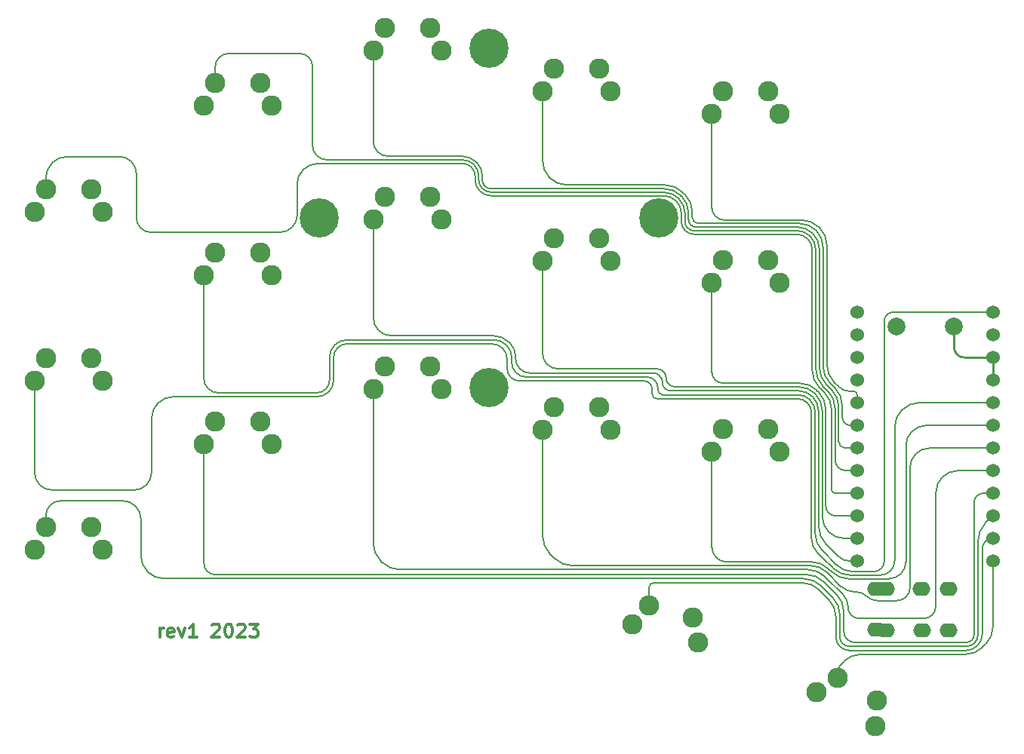
<source format=gtl>
G04 #@! TF.GenerationSoftware,KiCad,Pcbnew,7.0.5*
G04 #@! TF.CreationDate,2023-06-18T11:59:49+01:00*
G04 #@! TF.ProjectId,adam-m-rounded,6164616d-2d6d-42d7-926f-756e6465642e,rev?*
G04 #@! TF.SameCoordinates,Original*
G04 #@! TF.FileFunction,Copper,L1,Top*
G04 #@! TF.FilePolarity,Positive*
%FSLAX46Y46*%
G04 Gerber Fmt 4.6, Leading zero omitted, Abs format (unit mm)*
G04 Created by KiCad (PCBNEW 7.0.5) date 2023-06-18 11:59:49*
%MOMM*%
%LPD*%
G01*
G04 APERTURE LIST*
%ADD10C,0.300000*%
G04 #@! TA.AperFunction,NonConductor*
%ADD11C,0.300000*%
G04 #@! TD*
G04 #@! TA.AperFunction,ComponentPad*
%ADD12C,1.524000*%
G04 #@! TD*
G04 #@! TA.AperFunction,ComponentPad*
%ADD13C,2.286000*%
G04 #@! TD*
G04 #@! TA.AperFunction,ComponentPad*
%ADD14C,2.000000*%
G04 #@! TD*
G04 #@! TA.AperFunction,ComponentPad*
%ADD15C,4.400000*%
G04 #@! TD*
G04 #@! TA.AperFunction,ComponentPad*
%ADD16O,2.000000X1.600000*%
G04 #@! TD*
G04 #@! TA.AperFunction,Conductor*
%ADD17C,0.200000*%
G04 #@! TD*
G04 #@! TA.AperFunction,Conductor*
%ADD18C,0.250000*%
G04 #@! TD*
G04 APERTURE END LIST*
D10*
D11*
X107869510Y-130610828D02*
X107869510Y-129610828D01*
X107869510Y-129896542D02*
X107940939Y-129753685D01*
X107940939Y-129753685D02*
X108012368Y-129682257D01*
X108012368Y-129682257D02*
X108155225Y-129610828D01*
X108155225Y-129610828D02*
X108298082Y-129610828D01*
X109369510Y-130539400D02*
X109226653Y-130610828D01*
X109226653Y-130610828D02*
X108940939Y-130610828D01*
X108940939Y-130610828D02*
X108798081Y-130539400D01*
X108798081Y-130539400D02*
X108726653Y-130396542D01*
X108726653Y-130396542D02*
X108726653Y-129825114D01*
X108726653Y-129825114D02*
X108798081Y-129682257D01*
X108798081Y-129682257D02*
X108940939Y-129610828D01*
X108940939Y-129610828D02*
X109226653Y-129610828D01*
X109226653Y-129610828D02*
X109369510Y-129682257D01*
X109369510Y-129682257D02*
X109440939Y-129825114D01*
X109440939Y-129825114D02*
X109440939Y-129967971D01*
X109440939Y-129967971D02*
X108726653Y-130110828D01*
X109940938Y-129610828D02*
X110298081Y-130610828D01*
X110298081Y-130610828D02*
X110655224Y-129610828D01*
X112012367Y-130610828D02*
X111155224Y-130610828D01*
X111583795Y-130610828D02*
X111583795Y-129110828D01*
X111583795Y-129110828D02*
X111440938Y-129325114D01*
X111440938Y-129325114D02*
X111298081Y-129467971D01*
X111298081Y-129467971D02*
X111155224Y-129539400D01*
X113726652Y-129253685D02*
X113798080Y-129182257D01*
X113798080Y-129182257D02*
X113940938Y-129110828D01*
X113940938Y-129110828D02*
X114298080Y-129110828D01*
X114298080Y-129110828D02*
X114440938Y-129182257D01*
X114440938Y-129182257D02*
X114512366Y-129253685D01*
X114512366Y-129253685D02*
X114583795Y-129396542D01*
X114583795Y-129396542D02*
X114583795Y-129539400D01*
X114583795Y-129539400D02*
X114512366Y-129753685D01*
X114512366Y-129753685D02*
X113655223Y-130610828D01*
X113655223Y-130610828D02*
X114583795Y-130610828D01*
X115512366Y-129110828D02*
X115655223Y-129110828D01*
X115655223Y-129110828D02*
X115798080Y-129182257D01*
X115798080Y-129182257D02*
X115869509Y-129253685D01*
X115869509Y-129253685D02*
X115940937Y-129396542D01*
X115940937Y-129396542D02*
X116012366Y-129682257D01*
X116012366Y-129682257D02*
X116012366Y-130039400D01*
X116012366Y-130039400D02*
X115940937Y-130325114D01*
X115940937Y-130325114D02*
X115869509Y-130467971D01*
X115869509Y-130467971D02*
X115798080Y-130539400D01*
X115798080Y-130539400D02*
X115655223Y-130610828D01*
X115655223Y-130610828D02*
X115512366Y-130610828D01*
X115512366Y-130610828D02*
X115369509Y-130539400D01*
X115369509Y-130539400D02*
X115298080Y-130467971D01*
X115298080Y-130467971D02*
X115226651Y-130325114D01*
X115226651Y-130325114D02*
X115155223Y-130039400D01*
X115155223Y-130039400D02*
X115155223Y-129682257D01*
X115155223Y-129682257D02*
X115226651Y-129396542D01*
X115226651Y-129396542D02*
X115298080Y-129253685D01*
X115298080Y-129253685D02*
X115369509Y-129182257D01*
X115369509Y-129182257D02*
X115512366Y-129110828D01*
X116583794Y-129253685D02*
X116655222Y-129182257D01*
X116655222Y-129182257D02*
X116798080Y-129110828D01*
X116798080Y-129110828D02*
X117155222Y-129110828D01*
X117155222Y-129110828D02*
X117298080Y-129182257D01*
X117298080Y-129182257D02*
X117369508Y-129253685D01*
X117369508Y-129253685D02*
X117440937Y-129396542D01*
X117440937Y-129396542D02*
X117440937Y-129539400D01*
X117440937Y-129539400D02*
X117369508Y-129753685D01*
X117369508Y-129753685D02*
X116512365Y-130610828D01*
X116512365Y-130610828D02*
X117440937Y-130610828D01*
X117940936Y-129110828D02*
X118869508Y-129110828D01*
X118869508Y-129110828D02*
X118369508Y-129682257D01*
X118369508Y-129682257D02*
X118583793Y-129682257D01*
X118583793Y-129682257D02*
X118726651Y-129753685D01*
X118726651Y-129753685D02*
X118798079Y-129825114D01*
X118798079Y-129825114D02*
X118869508Y-129967971D01*
X118869508Y-129967971D02*
X118869508Y-130325114D01*
X118869508Y-130325114D02*
X118798079Y-130467971D01*
X118798079Y-130467971D02*
X118726651Y-130539400D01*
X118726651Y-130539400D02*
X118583793Y-130610828D01*
X118583793Y-130610828D02*
X118155222Y-130610828D01*
X118155222Y-130610828D02*
X118012365Y-130539400D01*
X118012365Y-130539400D02*
X117940936Y-130467971D01*
D12*
X201315400Y-94113000D03*
X201315400Y-96653000D03*
X201315400Y-99193000D03*
X201315400Y-101733000D03*
X201315400Y-104273000D03*
X201315400Y-106813000D03*
X201315400Y-109353000D03*
X201315400Y-111893000D03*
X201315400Y-114433000D03*
X201315400Y-116973000D03*
X201315400Y-119513000D03*
X201315400Y-122053000D03*
X186095400Y-122053000D03*
X186095400Y-119513000D03*
X186095400Y-116973000D03*
X186095400Y-114433000D03*
X186095400Y-111893000D03*
X186095400Y-109353000D03*
X186095400Y-106813000D03*
X186095400Y-104273000D03*
X186095400Y-101733000D03*
X186095400Y-99193000D03*
X186095400Y-96653000D03*
X186095400Y-94113000D03*
D13*
X112800000Y-70930000D03*
X114070000Y-68390000D03*
X119150000Y-68390000D03*
X120420000Y-70930000D03*
X131800000Y-102705000D03*
X133070000Y-100165000D03*
X138150000Y-100165000D03*
X139420000Y-102705000D03*
X112800000Y-108930000D03*
X114070000Y-106390000D03*
X119150000Y-106390000D03*
X120420000Y-108930000D03*
X150800000Y-107305000D03*
X152070000Y-104765000D03*
X157150000Y-104765000D03*
X158420000Y-107305000D03*
X93800000Y-82805000D03*
X95070000Y-80265000D03*
X100150000Y-80265000D03*
X101420000Y-82805000D03*
X93800000Y-101805000D03*
X95070000Y-99265000D03*
X100150000Y-99265000D03*
X101420000Y-101805000D03*
D14*
X196975000Y-95700000D03*
X190475000Y-95700000D03*
D15*
X125762000Y-83529000D03*
X144812000Y-64479000D03*
X144812000Y-102579000D03*
X163862000Y-83529000D03*
D13*
X150800000Y-88305000D03*
X152070000Y-85765000D03*
X157150000Y-85765000D03*
X158420000Y-88305000D03*
X93800000Y-120805000D03*
X95070000Y-118265000D03*
X100150000Y-118265000D03*
X101420000Y-120805000D03*
X131800000Y-83705000D03*
X133070000Y-81165000D03*
X138150000Y-81165000D03*
X139420000Y-83705000D03*
X181530443Y-136744295D03*
X183900295Y-135179591D03*
X188299705Y-137719591D03*
X188129557Y-140554295D03*
X112800000Y-89930000D03*
X114070000Y-87390000D03*
X119150000Y-87390000D03*
X120420000Y-89930000D03*
X169800000Y-90805000D03*
X171070000Y-88265000D03*
X176150000Y-88265000D03*
X177420000Y-90805000D03*
X150800000Y-69305000D03*
X152070000Y-66765000D03*
X157150000Y-66765000D03*
X158420000Y-69305000D03*
D16*
X193340000Y-125165000D03*
X193360000Y-129795000D03*
X189340000Y-125165000D03*
X188260000Y-125195000D03*
X188240000Y-129765000D03*
X189360000Y-129795000D03*
X196340000Y-125165000D03*
X196360000Y-129795000D03*
D13*
X169800000Y-71805000D03*
X171070000Y-69265000D03*
X176150000Y-69265000D03*
X177420000Y-71805000D03*
X160859223Y-129193448D03*
X162743349Y-127068696D03*
X167650252Y-128383497D03*
X168219578Y-131165649D03*
X131800000Y-64705000D03*
X133070000Y-62165000D03*
X138150000Y-62165000D03*
X139420000Y-64705000D03*
X169800000Y-109805000D03*
X171070000Y-107265000D03*
X176150000Y-107265000D03*
X177420000Y-109805000D03*
D17*
X200518500Y-131381493D02*
G75*
G03*
X201315400Y-129457618I-1923900J1923893D01*
G01*
X186460451Y-132525049D02*
G75*
G03*
X184650147Y-133274852I-51J-2560151D01*
G01*
X184308577Y-133616360D02*
G75*
G03*
X183900295Y-134602148I985823J-985740D01*
G01*
X198248018Y-132525004D02*
G75*
G03*
X200171895Y-131728102I-18J2720804D01*
G01*
X162896689Y-124628340D02*
G75*
G03*
X162743349Y-124998486I370111J-370160D01*
G01*
X181821892Y-125271900D02*
G75*
G03*
X179898018Y-124475000I-1923892J-1923900D01*
G01*
X198332537Y-132075015D02*
G75*
G03*
X199600000Y-131550000I-37J1792515D01*
G01*
X183700005Y-128276981D02*
G75*
G03*
X182903103Y-126353103I-2720805J-19D01*
G01*
X199599989Y-131549989D02*
G75*
G03*
X200125000Y-130282537I-1267489J1267489D01*
G01*
X184137495Y-131637505D02*
G75*
G03*
X185193718Y-132075000I1056205J1056205D01*
G01*
X200468505Y-119856505D02*
G75*
G03*
X200125000Y-120685782I829295J-829295D01*
G01*
X163266835Y-124475029D02*
G75*
G03*
X162896675Y-124628326I-35J-523471D01*
G01*
X183700008Y-130581281D02*
G75*
G03*
X184137500Y-131637500I1493692J-19D01*
G01*
X183218107Y-123243099D02*
G75*
G03*
X185141981Y-124040000I1923893J1923899D01*
G01*
X182921892Y-122946900D02*
G75*
G03*
X180998018Y-122150000I-1923892J-1923900D01*
G01*
X191000009Y-123475009D02*
G75*
G03*
X191565000Y-122110969I-1364009J1364009D01*
G01*
X193855937Y-106813016D02*
G75*
G03*
X192236000Y-107484000I-37J-2290884D01*
G01*
X169800013Y-120485570D02*
G75*
G03*
X170287501Y-121662499I1664387J-30D01*
G01*
X192235989Y-107483989D02*
G75*
G03*
X191565000Y-109103937I1619911J-1619911D01*
G01*
X170287491Y-121662509D02*
G75*
G03*
X171464429Y-122150000I1176909J1176909D01*
G01*
X189635969Y-124039987D02*
G75*
G03*
X191000000Y-123475000I31J1928987D01*
G01*
X185050013Y-127219669D02*
G75*
G03*
X185425000Y-128125000I1280287J-31D01*
G01*
X193533707Y-128500003D02*
G75*
G03*
X194517500Y-128092500I-7J1391303D01*
G01*
X185424991Y-128125009D02*
G75*
G03*
X186330330Y-128500000I905309J905309D01*
G01*
X197412254Y-111893023D02*
G75*
G03*
X195653500Y-112621500I-54J-2487177D01*
G01*
X131799995Y-120073018D02*
G75*
G03*
X132596896Y-121996896I2720805J18D01*
G01*
X132803107Y-122203099D02*
G75*
G03*
X134726981Y-123000000I1923893J1923899D01*
G01*
X194517498Y-128092498D02*
G75*
G03*
X194925000Y-127108707I-983798J983798D01*
G01*
X182471892Y-123796900D02*
G75*
G03*
X180548018Y-123000000I-1923892J-1923900D01*
G01*
X185049991Y-127062500D02*
G75*
G03*
X184563863Y-125888865I-1659791J0D01*
G01*
X195653484Y-112621484D02*
G75*
G03*
X194925000Y-114380254I1758716J-1758716D01*
G01*
X182746892Y-123346900D02*
G75*
G03*
X180823018Y-122550000I-1923892J-1923900D01*
G01*
X150799995Y-119248018D02*
G75*
G03*
X151596896Y-121171896I2720805J18D01*
G01*
X190538352Y-126500021D02*
G75*
G03*
X191582499Y-126067499I-52J1476721D01*
G01*
X184277748Y-124877744D02*
G75*
G03*
X185780000Y-125500000I1502252J1502244D01*
G01*
X191582485Y-126067485D02*
G75*
G03*
X192015000Y-125023352I-1044185J1044185D01*
G01*
X152178107Y-121753099D02*
G75*
G03*
X154101981Y-122550000I1923893J1923899D01*
G01*
X192670993Y-110008993D02*
G75*
G03*
X192015000Y-111592724I1583707J-1583707D01*
G01*
X194254724Y-109353010D02*
G75*
G03*
X192671000Y-110009000I-24J-2239690D01*
G01*
X187159998Y-126000002D02*
G75*
G03*
X188367106Y-126500000I1207102J1207102D01*
G01*
X187160002Y-125999998D02*
G75*
G03*
X185952893Y-125500000I-1207102J-1207102D01*
G01*
X184150005Y-128076981D02*
G75*
G03*
X183353103Y-126153103I-2720805J-19D01*
G01*
X182021892Y-124821900D02*
G75*
G03*
X180098018Y-124025000I-1923892J-1923900D01*
G01*
X106487489Y-123262511D02*
G75*
G03*
X108328337Y-124025000I1840811J1840811D01*
G01*
X198350215Y-131625006D02*
G75*
G03*
X199269302Y-131244302I-15J1299806D01*
G01*
X200446900Y-117841507D02*
G75*
G03*
X199650000Y-119765381I1923900J-1923893D01*
G01*
X184455693Y-131319307D02*
G75*
G03*
X185193718Y-131625000I738007J738007D01*
G01*
X95560010Y-115765010D02*
G75*
G03*
X95070000Y-116947964I1182990J-1182990D01*
G01*
X105725016Y-121421662D02*
G75*
G03*
X106487500Y-123262500I2603284J-38D01*
G01*
X199269297Y-131244297D02*
G75*
G03*
X199650000Y-130325215I-919097J919097D01*
G01*
X105125008Y-115874992D02*
G75*
G03*
X103676471Y-115275000I-1448508J-1448508D01*
G01*
X96742964Y-115274986D02*
G75*
G03*
X95560000Y-115765000I36J-1673014D01*
G01*
X105724988Y-117323528D02*
G75*
G03*
X105125000Y-115875000I-2048488J28D01*
G01*
X184150008Y-130581281D02*
G75*
G03*
X184455698Y-131319302I1043692J-19D01*
G01*
X93799989Y-112111827D02*
G75*
G03*
X94375000Y-113500000I1963211J27D01*
G01*
X146825011Y-100452673D02*
G75*
G03*
X147226945Y-101423055I1372289J-27D01*
G01*
X107637492Y-104312492D02*
G75*
G03*
X106925000Y-106032627I1720108J-1720108D01*
G01*
X126800005Y-103050005D02*
G75*
G03*
X127350000Y-101722182I-1327805J1327805D01*
G01*
X183383800Y-122843092D02*
G75*
G03*
X185307667Y-123640000I1923900J1923892D01*
G01*
X180975010Y-105404073D02*
G75*
G03*
X180512499Y-104287501I-1579110J-27D01*
G01*
X191096900Y-105093108D02*
G75*
G03*
X190300000Y-107016981I1923900J-1923892D01*
G01*
X189817488Y-123157488D02*
G75*
G03*
X190300000Y-121992641I-1164888J1164888D01*
G01*
X104961827Y-114075011D02*
G75*
G03*
X106350000Y-113500000I-27J1963211D01*
G01*
X109357627Y-103600012D02*
G75*
G03*
X107637501Y-104312501I-27J-2432588D01*
G01*
X180975017Y-119530761D02*
G75*
G03*
X181625001Y-121099999I2219183J-39D01*
G01*
X147226937Y-101423063D02*
G75*
G03*
X148197326Y-101825000I970363J970363D01*
G01*
X193043981Y-104272994D02*
G75*
G03*
X191120103Y-105069896I19J-2720806D01*
G01*
X162814999Y-102085001D02*
G75*
G03*
X162187304Y-101825000I-627699J-627699D01*
G01*
X106349992Y-113499992D02*
G75*
G03*
X106925000Y-112111827I-1388192J1388192D01*
G01*
X180512492Y-104287508D02*
G75*
G03*
X179395926Y-103825000I-1116592J-1116592D01*
G01*
X163237497Y-103662503D02*
G75*
G03*
X163629809Y-103825000I392303J392303D01*
G01*
X188652641Y-123640017D02*
G75*
G03*
X189817500Y-123157500I-41J1647417D01*
G01*
X125472182Y-103599992D02*
G75*
G03*
X126799999Y-103049999I18J1877792D01*
G01*
X146825006Y-99399784D02*
G75*
G03*
X146312500Y-98162500I-1749806J-16D01*
G01*
X163075001Y-102712695D02*
G75*
G03*
X162814999Y-102085001I-887701J-5D01*
G01*
X182296202Y-121755574D02*
G75*
G03*
X182282843Y-121750000I-13402J-13326D01*
G01*
X128886396Y-97649999D02*
G75*
G03*
X127800000Y-98100000I4J-1536401D01*
G01*
X127800001Y-98100001D02*
G75*
G03*
X127350000Y-99186396I1086399J-1086399D01*
G01*
X182269440Y-121744468D02*
G75*
G03*
X182282843Y-121750000I13360J13368D01*
G01*
X163075005Y-103270190D02*
G75*
G03*
X163237501Y-103662499I554795J-10D01*
G01*
X94375008Y-113499992D02*
G75*
G03*
X95763172Y-114075000I1388192J1388192D01*
G01*
X146312495Y-98162505D02*
G75*
G03*
X145075215Y-97650000I-1237295J-1237295D01*
G01*
X180805703Y-103944297D02*
G75*
G03*
X179431281Y-103375000I-1374403J-1374403D01*
G01*
X188792495Y-122882495D02*
G75*
G03*
X189150000Y-122019418I-863095J863095D01*
G01*
X147332633Y-99766295D02*
G75*
G03*
X147803822Y-100903820I1608667J-5D01*
G01*
X113262508Y-102687492D02*
G75*
G03*
X114379073Y-103150000I1116592J1116592D01*
G01*
X125472182Y-103149992D02*
G75*
G03*
X126481801Y-102731801I18J1427792D01*
G01*
X163724987Y-102567500D02*
G75*
G03*
X163383819Y-101743821I-1164887J0D01*
G01*
X127481803Y-97781803D02*
G75*
G03*
X126900000Y-99186396I1404597J-1404597D01*
G01*
X183743107Y-122443099D02*
G75*
G03*
X185666981Y-123240000I1923893J1923899D01*
G01*
X128886396Y-97199999D02*
G75*
G03*
X127481802Y-97781802I4J-1986401D01*
G01*
X126481807Y-102731807D02*
G75*
G03*
X126900000Y-101722182I-1009607J1009607D01*
G01*
X163887497Y-103212503D02*
G75*
G03*
X164279809Y-103375000I392303J392303D01*
G01*
X146741299Y-97791343D02*
G75*
G03*
X145313745Y-97200000I-1427599J-1427557D01*
G01*
X181374992Y-105318718D02*
G75*
G03*
X180805698Y-103944302I-1943692J18D01*
G01*
X147332631Y-99218897D02*
G75*
G03*
X146741321Y-97791321I-2018931J-3D01*
G01*
X181374995Y-118948018D02*
G75*
G03*
X182171896Y-120871896I2720805J18D01*
G01*
X163725005Y-102820190D02*
G75*
G03*
X163887501Y-103212499I554795J-10D01*
G01*
X189418495Y-94381495D02*
G75*
G03*
X189150000Y-95029716I648205J-648205D01*
G01*
X187929418Y-123240007D02*
G75*
G03*
X188792499Y-122882499I-18J1220607D01*
G01*
X112799990Y-101570926D02*
G75*
G03*
X113262501Y-102687499I1579110J26D01*
G01*
X163370013Y-101729987D02*
G75*
G03*
X162512954Y-101375000I-857013J-857013D01*
G01*
X147803798Y-100903844D02*
G75*
G03*
X148941347Y-101375000I1137502J1137544D01*
G01*
X190066716Y-94113007D02*
G75*
G03*
X189418500Y-94381500I-16J-916693D01*
G01*
X181774995Y-118176018D02*
G75*
G03*
X182571896Y-120099896I2720805J18D01*
G01*
X181775015Y-105233363D02*
G75*
G03*
X181098896Y-103601104I-2308415J-37D01*
G01*
X164250013Y-102028768D02*
G75*
G03*
X164512500Y-102662500I896187J-32D01*
G01*
X164249991Y-101980000D02*
G75*
G03*
X163953015Y-101263015I-1013991J0D01*
G01*
X147782671Y-99358973D02*
G75*
G03*
X148241321Y-100466321I1566029J-27D01*
G01*
X147053836Y-97478806D02*
G75*
G03*
X145294290Y-96750000I-1759536J-1759594D01*
G01*
X181098885Y-103601115D02*
G75*
G03*
X179466636Y-102925000I-1632285J-1632285D01*
G01*
X131800012Y-94701471D02*
G75*
G03*
X132400000Y-96150000I2048488J-29D01*
G01*
X132399992Y-96150008D02*
G75*
G03*
X133848528Y-96750000I1448508J1448508D01*
G01*
X163932504Y-101242496D02*
G75*
G03*
X163165987Y-100925000I-766504J-766504D01*
G01*
X164512491Y-102662509D02*
G75*
G03*
X165146231Y-102925000I633709J633709D01*
G01*
X147782597Y-99107643D02*
G75*
G03*
X147146245Y-97571247I-2172797J43D01*
G01*
X183969787Y-121497771D02*
G75*
G03*
X185310200Y-122053000I1340413J1340371D01*
G01*
X148241342Y-100466300D02*
G75*
G03*
X149348669Y-100925000I1107358J1107300D01*
G01*
X150799994Y-98725215D02*
G75*
G03*
X151312500Y-99962500I1749806J15D01*
G01*
X182174999Y-117015502D02*
G75*
G03*
X182906500Y-118781500I2497501J2D01*
G01*
X164937504Y-102187496D02*
G75*
G03*
X165631586Y-102475000I694096J694096D01*
G01*
X164649995Y-101493413D02*
G75*
G03*
X164937500Y-102187500I981605J13D01*
G01*
X182906501Y-118781499D02*
G75*
G03*
X184672497Y-119513000I1765999J1765999D01*
G01*
X181392096Y-103257904D02*
G75*
G03*
X179501991Y-102475000I-1890096J-1890096D01*
G01*
X164650017Y-101473657D02*
G75*
G03*
X164357500Y-100767500I-998717J-43D01*
G01*
X151312505Y-99962495D02*
G75*
G03*
X152549784Y-100475000I1237295J1237295D01*
G01*
X164357488Y-100767512D02*
G75*
G03*
X163651342Y-100475000I-706188J-706188D01*
G01*
X182174996Y-105148008D02*
G75*
G03*
X181392094Y-103257906I-2672996J8D01*
G01*
X182574987Y-105002107D02*
G75*
G03*
X181778103Y-103078229I-2720787J7D01*
G01*
X169799951Y-100837347D02*
G75*
G03*
X170162500Y-101712500I1237649J47D01*
G01*
X182898998Y-116649002D02*
G75*
G03*
X183681205Y-116973000I782202J782202D01*
G01*
X170162514Y-101712486D02*
G75*
G03*
X171037652Y-102075000I875186J875186D01*
G01*
X182575003Y-115866794D02*
G75*
G03*
X182899001Y-116648999I1106197J-6D01*
G01*
X181571779Y-102871887D02*
G75*
G03*
X179647892Y-102075000I-1923879J-1923913D01*
G01*
X143224997Y-79229709D02*
G75*
G03*
X143752001Y-80501999I1799303J9D01*
G01*
X122700005Y-84575005D02*
G75*
G03*
X123250000Y-83247182I-1327805J1327805D01*
G01*
X123937508Y-78087508D02*
G75*
G03*
X123250000Y-79747271I1659792J-1659792D01*
G01*
X180537495Y-85862505D02*
G75*
G03*
X179300215Y-85350000I-1237295J-1237295D01*
G01*
X183212505Y-105039481D02*
G75*
G03*
X182415603Y-103115603I-2720805J-19D01*
G01*
X105225002Y-78545495D02*
G75*
G03*
X104662500Y-77187500I-1920502J-5D01*
G01*
X143752003Y-80501997D02*
G75*
G03*
X145024290Y-81029000I1272297J1272297D01*
G01*
X181049995Y-100623018D02*
G75*
G03*
X181846896Y-102546896I2720805J18D01*
G01*
X142812489Y-77812511D02*
G75*
G03*
X141816636Y-77400000I-995889J-995889D01*
G01*
X125597271Y-77399989D02*
G75*
G03*
X123937500Y-78087500I29J-2347311D01*
G01*
X183212498Y-114013905D02*
G75*
G03*
X183335250Y-114310250I419102J5D01*
G01*
X121372182Y-85124992D02*
G75*
G03*
X122699999Y-84574999I18J1877792D01*
G01*
X105700014Y-84649986D02*
G75*
G03*
X106846751Y-85125000I1146786J1146786D01*
G01*
X181050006Y-87099784D02*
G75*
G03*
X180537500Y-85862500I-1749806J-16D01*
G01*
X143225015Y-78808363D02*
G75*
G03*
X142812500Y-77812500I-1408415J-37D01*
G01*
X97468485Y-76624994D02*
G75*
G03*
X95772500Y-77327500I15J-2398506D01*
G01*
X104662499Y-77187501D02*
G75*
G03*
X103304504Y-76625000I-1357999J-1357999D01*
G01*
X166374985Y-83941636D02*
G75*
G03*
X166787500Y-84937500I1408415J36D01*
G01*
X183335252Y-114310248D02*
G75*
G03*
X183631594Y-114433000I296348J296348D01*
G01*
X166374990Y-83028022D02*
G75*
G03*
X165789499Y-81614501I-1998990J22D01*
G01*
X95772504Y-77327504D02*
G75*
G03*
X95070000Y-79023485I1695996J-1695996D01*
G01*
X166787511Y-84937489D02*
G75*
G03*
X167783363Y-85350000I995889J995889D01*
G01*
X165789506Y-81614494D02*
G75*
G03*
X164375977Y-81029000I-1413506J-1413506D01*
G01*
X105224980Y-83503248D02*
G75*
G03*
X105700000Y-84650000I1621820J48D01*
G01*
X169799994Y-82384314D02*
G75*
G03*
X170200000Y-83350000I1365706J14D01*
G01*
X185972707Y-103097693D02*
G75*
G03*
X185676475Y-102975000I-296207J-296207D01*
G01*
X182700005Y-86576981D02*
G75*
G03*
X181903103Y-84653103I-2720805J-19D01*
G01*
X182700024Y-100010277D02*
G75*
G03*
X183496896Y-101934155I2720776J-23D01*
G01*
X186095390Y-103393924D02*
G75*
G03*
X185972700Y-103097700I-418890J24D01*
G01*
X181796892Y-84546900D02*
G75*
G03*
X179873018Y-83750000I-1923892J-1923900D01*
G01*
X170200004Y-83349996D02*
G75*
G03*
X171165685Y-83750000I965696J965696D01*
G01*
X184073810Y-102511024D02*
G75*
G03*
X185193871Y-102975000I1120090J1120024D01*
G01*
X182250035Y-100125961D02*
G75*
G03*
X183046896Y-102049839I2720765J-39D01*
G01*
X184412485Y-105873237D02*
G75*
G03*
X184687750Y-106537750I939815J37D01*
G01*
X182249984Y-86753337D02*
G75*
G03*
X181487500Y-84912500I-2603284J37D01*
G01*
X166497971Y-80625879D02*
G75*
G03*
X164574076Y-79829000I-1923871J-1923921D01*
G01*
X167575009Y-83424479D02*
G75*
G03*
X167787500Y-83937500I725491J-21D01*
G01*
X167575031Y-82713972D02*
G75*
G03*
X166860095Y-80988038I-2440831J-28D01*
G01*
X151607107Y-79032099D02*
G75*
G03*
X153530981Y-79829000I1923893J1923899D01*
G01*
X184687761Y-106537739D02*
G75*
G03*
X185352262Y-106813000I664539J664539D01*
G01*
X167787494Y-83937506D02*
G75*
G03*
X168300520Y-84150000I513006J513006D01*
G01*
X150799995Y-77098018D02*
G75*
G03*
X151596896Y-79021896I2720805J18D01*
G01*
X184412474Y-104542425D02*
G75*
G03*
X183615603Y-102618547I-2720774J25D01*
G01*
X181487511Y-84912489D02*
G75*
G03*
X179646662Y-84150000I-1840811J-1840811D01*
G01*
X131800003Y-74892893D02*
G75*
G03*
X132300000Y-76100000I1707097J-7D01*
G01*
X144024997Y-79229707D02*
G75*
G03*
X144317686Y-79936314I999303J7D01*
G01*
X181849988Y-86982627D02*
G75*
G03*
X181137499Y-85262501I-2432588J27D01*
G01*
X167174974Y-82959315D02*
G75*
G03*
X166403769Y-81097398I-2633174J15D01*
G01*
X184012518Y-108622358D02*
G75*
G03*
X184226501Y-109138999I730582J-42D01*
G01*
X143378175Y-77246825D02*
G75*
G03*
X141816638Y-76600000I-1561575J-1561575D01*
G01*
X166332278Y-81025885D02*
G75*
G03*
X164408390Y-80229000I-1923878J-1923915D01*
G01*
X144317688Y-79936312D02*
G75*
G03*
X145024292Y-80229000I706612J706612D01*
G01*
X167425014Y-84299986D02*
G75*
G03*
X168028553Y-84550000I603586J603586D01*
G01*
X144024990Y-78768629D02*
G75*
G03*
X143406282Y-77274911I-2112390J29D01*
G01*
X181137508Y-85262492D02*
G75*
G03*
X179417372Y-84550000I-1720108J-1720108D01*
G01*
X184226488Y-109139012D02*
G75*
G03*
X184743141Y-109353000I516612J516612D01*
G01*
X132299998Y-76100002D02*
G75*
G03*
X133507106Y-76600000I1207102J1207102D01*
G01*
X184012485Y-104708111D02*
G75*
G03*
X183215604Y-102784232I-2720785J11D01*
G01*
X181849975Y-100291646D02*
G75*
G03*
X182646896Y-102215524I2720825J46D01*
G01*
X167175023Y-83696446D02*
G75*
G03*
X167425001Y-84299999I853477J-54D01*
G01*
X124550012Y-65474988D02*
G75*
G03*
X123523959Y-65050000I-1026012J-1026012D01*
G01*
X181449985Y-100457332D02*
G75*
G03*
X182246896Y-102381210I2720815J32D01*
G01*
X167070354Y-84654646D02*
G75*
G03*
X167783364Y-84950000I713046J713046D01*
G01*
X114510034Y-65490034D02*
G75*
G03*
X114070000Y-66552253I1062166J-1062266D01*
G01*
X183612494Y-104873796D02*
G75*
G03*
X182815602Y-102949919I-2720794J-4D01*
G01*
X166774986Y-83941635D02*
G75*
G03*
X167070344Y-84654656I1008414J35D01*
G01*
X125462491Y-76512509D02*
G75*
G03*
X126639429Y-77000000I1176909J1176909D01*
G01*
X166072349Y-81331651D02*
G75*
G03*
X164375978Y-80629000I-1696349J-1696349D01*
G01*
X124975013Y-75335570D02*
G75*
G03*
X125462501Y-76512499I1664387J-30D01*
G01*
X180820338Y-85579662D02*
G75*
G03*
X179300216Y-84950000I-1520138J-1520138D01*
G01*
X124974983Y-66501040D02*
G75*
G03*
X124550000Y-65475000I-1450983J40D01*
G01*
X166774991Y-83028022D02*
G75*
G03*
X166072343Y-81331657I-2398991J22D01*
G01*
X183612502Y-110667297D02*
G75*
G03*
X183971501Y-111533999I1225698J-3D01*
G01*
X115572253Y-65049952D02*
G75*
G03*
X114510000Y-65490000I47J-1502248D01*
G01*
X181450006Y-87099784D02*
G75*
G03*
X180820342Y-85579658I-2149806J-16D01*
G01*
X143625015Y-78808363D02*
G75*
G03*
X143095343Y-77529657I-1808415J-37D01*
G01*
X143624997Y-79229708D02*
G75*
G03*
X144034843Y-80219157I1399303J8D01*
G01*
X144034845Y-80219155D02*
G75*
G03*
X145024291Y-80629000I989455J989455D01*
G01*
X183971499Y-111534001D02*
G75*
G03*
X184838202Y-111893000I866701J866701D01*
G01*
X143095332Y-77529668D02*
G75*
G03*
X141816637Y-77000000I-1278732J-1278732D01*
G01*
X184950007Y-130824993D02*
G75*
G03*
X185794974Y-131175000I844993J844993D01*
G01*
X198350215Y-131175006D02*
G75*
G03*
X198951104Y-130926104I-15J849806D01*
G01*
X182346892Y-124371900D02*
G75*
G03*
X180423018Y-123575000I-1923892J-1923900D01*
G01*
X199508504Y-114741504D02*
G75*
G03*
X199200000Y-115486284I744796J-744796D01*
G01*
X113174991Y-123200009D02*
G75*
G03*
X114080330Y-123575000I905309J905309D01*
G01*
X184600005Y-127751981D02*
G75*
G03*
X183803103Y-125828103I-2720805J-19D01*
G01*
X184599990Y-129980025D02*
G75*
G03*
X184950000Y-130825000I1195010J25D01*
G01*
X198951099Y-130926099D02*
G75*
G03*
X199200000Y-130325215I-600899J600899D01*
G01*
X112800013Y-122294669D02*
G75*
G03*
X113175000Y-123200000I1280287J-31D01*
G01*
X200253284Y-114432994D02*
G75*
G03*
X199508500Y-114741500I16J-1053306D01*
G01*
D18*
X196975020Y-98052652D02*
G75*
G03*
X197309000Y-98859000I1140280J-48D01*
G01*
X197308986Y-98859014D02*
G75*
G03*
X198115347Y-99193000I806314J806314D01*
G01*
X201315400Y-99193000D02*
X201315400Y-101733000D01*
X196975000Y-98052652D02*
X196975000Y-95700000D01*
X201315400Y-99193000D02*
X198115347Y-99193000D01*
D17*
X200253284Y-114433000D02*
X201315400Y-114433000D01*
X182346896Y-124371896D02*
X183803103Y-125828103D01*
X185794974Y-131175000D02*
X198350215Y-131175000D01*
X184600000Y-127751981D02*
X184600000Y-129980025D01*
X199200000Y-115486284D02*
X199200000Y-130325215D01*
X180423018Y-123575000D02*
X114080330Y-123575000D01*
X112800000Y-122294669D02*
X112800000Y-108930000D01*
X124975000Y-75335570D02*
X124975000Y-66501040D01*
X184838202Y-111893000D02*
X186095400Y-111893000D01*
X164375978Y-80629000D02*
X145024291Y-80629000D01*
X182246896Y-102381210D02*
X182815603Y-102949918D01*
X167783364Y-84950000D02*
X179300216Y-84950000D01*
X181450000Y-100457332D02*
X181450000Y-87099784D01*
X143625000Y-78808363D02*
X143625000Y-79229708D01*
X183612500Y-104873796D02*
X183612500Y-110667297D01*
X114070000Y-66552253D02*
X114070000Y-68390000D01*
X126639429Y-77000000D02*
X141816637Y-77000000D01*
X166775000Y-83941635D02*
X166775000Y-83028022D01*
X123523959Y-65050000D02*
X115572253Y-65050000D01*
X144025000Y-79229707D02*
X144025000Y-78768629D01*
X131800000Y-74892893D02*
X131800000Y-64705000D01*
X181850000Y-86982627D02*
X181850000Y-100291646D01*
X183215604Y-102784232D02*
X182646896Y-102215524D01*
X143378186Y-77246814D02*
X143406282Y-77274911D01*
X168028553Y-84550000D02*
X179417372Y-84550000D01*
X184743141Y-109353000D02*
X186095400Y-109353000D01*
X167175000Y-82959315D02*
X167175000Y-83696446D01*
X184012500Y-108622358D02*
X184012500Y-104708111D01*
X141816638Y-76600000D02*
X133507106Y-76600000D01*
X164408390Y-80229000D02*
X145024292Y-80229000D01*
X166403769Y-81097398D02*
X166332267Y-81025896D01*
X166497954Y-80625896D02*
X166860095Y-80988038D01*
X185352262Y-106813000D02*
X186095400Y-106813000D01*
X183046896Y-102049839D02*
X183615603Y-102618547D01*
X164574076Y-79829000D02*
X153530981Y-79829000D01*
X168300520Y-84150000D02*
X179646662Y-84150000D01*
X167575000Y-83424479D02*
X167575000Y-82713972D01*
X182250000Y-100125961D02*
X182250000Y-86753337D01*
X151607103Y-79032103D02*
X151596896Y-79021896D01*
X150800000Y-77098018D02*
X150800000Y-69305000D01*
X184412500Y-105873237D02*
X184412500Y-104542425D01*
X182700000Y-86576981D02*
X182700000Y-100010277D01*
X183496896Y-101934155D02*
X184073788Y-102511046D01*
X169800000Y-82384314D02*
X169800000Y-71805000D01*
X181903103Y-84653103D02*
X181796896Y-84546896D01*
X186095400Y-103393924D02*
X186095400Y-104273000D01*
X179873018Y-83750000D02*
X171165685Y-83750000D01*
X185676475Y-102975000D02*
X185193871Y-102975000D01*
X166375000Y-83941636D02*
X166375000Y-83028022D01*
X179300215Y-85350000D02*
X167783363Y-85350000D01*
X181050000Y-100623018D02*
X181050000Y-87099784D01*
X183212500Y-105039481D02*
X183212500Y-114013905D01*
X141816636Y-77400000D02*
X125597271Y-77400000D01*
X182415603Y-103115603D02*
X181846896Y-102546896D01*
X183631594Y-114433000D02*
X186095400Y-114433000D01*
X121372182Y-85125000D02*
X106846751Y-85125000D01*
X97468485Y-76625000D02*
X103304504Y-76625000D01*
X123250000Y-83247182D02*
X123250000Y-79747271D01*
X105225000Y-78545495D02*
X105225000Y-83503248D01*
X95070000Y-79023485D02*
X95070000Y-80265000D01*
X145024290Y-81029000D02*
X164375977Y-81029000D01*
X143225000Y-79229709D02*
X143225000Y-78808363D01*
X171037652Y-102075000D02*
X179647892Y-102075000D01*
X182575000Y-105002107D02*
X182575000Y-115866794D01*
X169800000Y-100837347D02*
X169800000Y-90805000D01*
X181778103Y-103078229D02*
X181571770Y-102871896D01*
X183681205Y-116973000D02*
X186095400Y-116973000D01*
X150800000Y-98725215D02*
X150800000Y-88305000D01*
X182175000Y-117015502D02*
X182175000Y-105148008D01*
X184672497Y-119513000D02*
X186095400Y-119513000D01*
X164650000Y-101493413D02*
X164650000Y-101473657D01*
X165631586Y-102475000D02*
X179501991Y-102475000D01*
X152549784Y-100475000D02*
X163651342Y-100475000D01*
X147053821Y-97478821D02*
X147146246Y-97571246D01*
X179466636Y-102925000D02*
X165146231Y-102925000D01*
X163165987Y-100925000D02*
X149348669Y-100925000D01*
X185310200Y-122053000D02*
X186095400Y-122053000D01*
X145294290Y-96750000D02*
X133848528Y-96750000D01*
X181775000Y-118176018D02*
X181775000Y-105233363D01*
X182571896Y-120099896D02*
X183969779Y-121497779D01*
X164250000Y-102028768D02*
X164250000Y-101980000D01*
X131800000Y-94701471D02*
X131800000Y-83705000D01*
X163953015Y-101263015D02*
X163932500Y-101242500D01*
X147782643Y-99358973D02*
X147782643Y-99107643D01*
X189150000Y-122019418D02*
X189150000Y-95029716D01*
X114379073Y-103150000D02*
X125472182Y-103150000D01*
X162512954Y-101375000D02*
X148941347Y-101375000D01*
X185666981Y-123240000D02*
X187929418Y-123240000D01*
X181375000Y-105318718D02*
X181375000Y-118948018D01*
X163725000Y-102567500D02*
X163725000Y-102820190D01*
X179431281Y-103375000D02*
X164279809Y-103375000D01*
X147332643Y-99766295D02*
X147332643Y-99218897D01*
X190066716Y-94113000D02*
X201315400Y-94113000D01*
X163383820Y-101743820D02*
X163370000Y-101730000D01*
X183743103Y-122443103D02*
X182171896Y-120871896D01*
X128886396Y-97200000D02*
X145313745Y-97200000D01*
X112800000Y-101570926D02*
X112800000Y-89930000D01*
X126900000Y-99186396D02*
X126900000Y-101722182D01*
X183383789Y-122843103D02*
X182296231Y-121755545D01*
X181625000Y-121100000D02*
X182269454Y-121744454D01*
X179395926Y-103825000D02*
X163629809Y-103825000D01*
X93800000Y-112111827D02*
X93800000Y-101805000D01*
X109357627Y-103600000D02*
X125472182Y-103600000D01*
X193043981Y-104273000D02*
X201315400Y-104273000D01*
X163075000Y-102712695D02*
X163075000Y-103270190D01*
X127350000Y-101722182D02*
X127350000Y-99186396D01*
X185307667Y-123640000D02*
X188652641Y-123640000D01*
X128886396Y-97650000D02*
X145075215Y-97650000D01*
X104961827Y-114075000D02*
X95763172Y-114075000D01*
X190300000Y-107016981D02*
X190300000Y-121992641D01*
X148197326Y-101825000D02*
X162187304Y-101825000D01*
X146825000Y-100452673D02*
X146825000Y-99399784D01*
X191096895Y-105093103D02*
X191120103Y-105069896D01*
X180975000Y-105404073D02*
X180975000Y-119530761D01*
X106925000Y-106032627D02*
X106925000Y-112111827D01*
X183353103Y-126153103D02*
X182021896Y-124821896D01*
X199650000Y-119765381D02*
X199650000Y-130325215D01*
X103676471Y-115275000D02*
X96742964Y-115275000D01*
X180098018Y-124025000D02*
X108328337Y-124025000D01*
X200446896Y-117841503D02*
X201315400Y-116973000D01*
X95070000Y-116947964D02*
X95070000Y-118265000D01*
X105725000Y-121421662D02*
X105725000Y-117323528D01*
X184150000Y-128076981D02*
X184150000Y-130581281D01*
X198350215Y-131625000D02*
X185193718Y-131625000D01*
X192015000Y-125023352D02*
X192015000Y-111592724D01*
X180823018Y-122550000D02*
X154101981Y-122550000D01*
X182746896Y-123346896D02*
X184277746Y-124877746D01*
X151596896Y-121171896D02*
X152178103Y-121753103D01*
X185780000Y-125500000D02*
X185952893Y-125500000D01*
X150800000Y-119248018D02*
X150800000Y-107305000D01*
X190538352Y-126500000D02*
X188367106Y-126500000D01*
X194254724Y-109353000D02*
X201315400Y-109353000D01*
X194925000Y-127108707D02*
X194925000Y-114380254D01*
X182471896Y-123796896D02*
X184563864Y-125888864D01*
X134726981Y-123000000D02*
X180548018Y-123000000D01*
X193533707Y-128500000D02*
X186330330Y-128500000D01*
X185050000Y-127219669D02*
X185050000Y-127062500D01*
X197412254Y-111893000D02*
X201315400Y-111893000D01*
X132596896Y-121996896D02*
X132803103Y-122203103D01*
X131800000Y-120073018D02*
X131800000Y-102705000D01*
X193855937Y-106813000D02*
X201315400Y-106813000D01*
X180998018Y-122150000D02*
X171464429Y-122150000D01*
X169800000Y-120485570D02*
X169800000Y-109805000D01*
X183218103Y-123243103D02*
X182921896Y-122946896D01*
X191565000Y-122110969D02*
X191565000Y-109103937D01*
X185141981Y-124040000D02*
X189635969Y-124040000D01*
X179898018Y-124475000D02*
X163266835Y-124475000D01*
X183700000Y-128276981D02*
X183700000Y-130581281D01*
X198332537Y-132075000D02*
X185193718Y-132075000D01*
X200125000Y-130282537D02*
X200125000Y-120685782D01*
X181821896Y-125271896D02*
X182903103Y-126353103D01*
X162743349Y-124998486D02*
X162743349Y-127068696D01*
X200468500Y-119856500D02*
X200812000Y-119513000D01*
X201315400Y-129457618D02*
X201315400Y-122053000D01*
X184650147Y-133274852D02*
X184308608Y-133616391D01*
X200518503Y-131381496D02*
X200171896Y-131728103D01*
X186460451Y-132525000D02*
X198248018Y-132525000D01*
X183900295Y-134602148D02*
X183900295Y-135179591D01*
M02*

</source>
